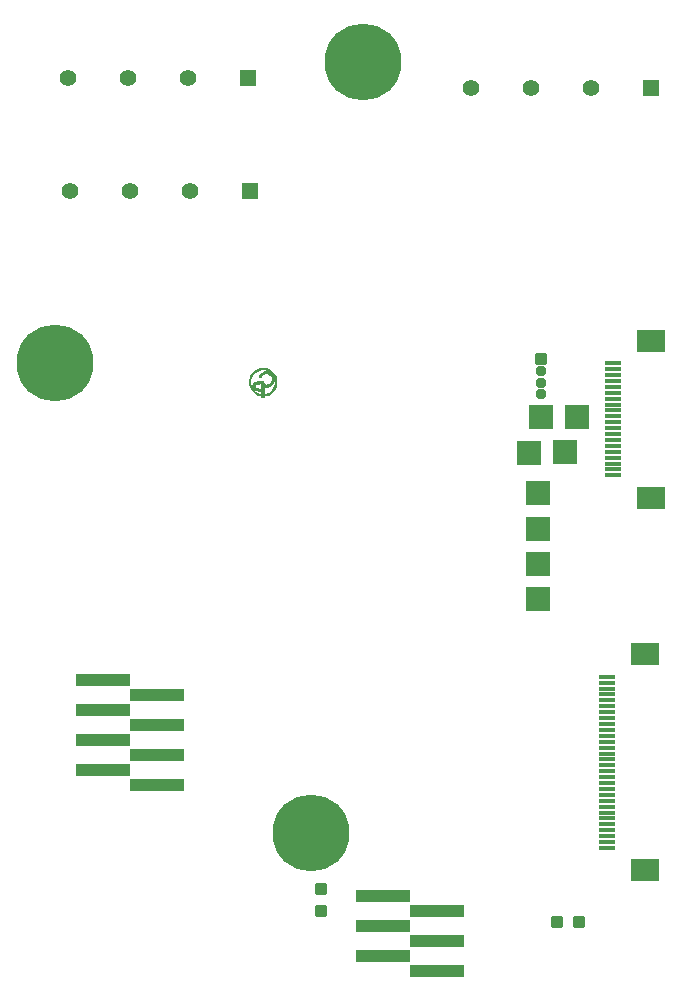
<source format=gbr>
%TF.GenerationSoftware,KiCad,Pcbnew,(7.0.0)*%
%TF.CreationDate,2023-03-15T21:07:42-04:00*%
%TF.ProjectId,headunit_controls,68656164-756e-4697-945f-636f6e74726f,rev?*%
%TF.SameCoordinates,Original*%
%TF.FileFunction,Soldermask,Bot*%
%TF.FilePolarity,Negative*%
%FSLAX46Y46*%
G04 Gerber Fmt 4.6, Leading zero omitted, Abs format (unit mm)*
G04 Created by KiCad (PCBNEW (7.0.0)) date 2023-03-15 21:07:42*
%MOMM*%
%LPD*%
G01*
G04 APERTURE LIST*
G04 Aperture macros list*
%AMRoundRect*
0 Rectangle with rounded corners*
0 $1 Rounding radius*
0 $2 $3 $4 $5 $6 $7 $8 $9 X,Y pos of 4 corners*
0 Add a 4 corners polygon primitive as box body*
4,1,4,$2,$3,$4,$5,$6,$7,$8,$9,$2,$3,0*
0 Add four circle primitives for the rounded corners*
1,1,$1+$1,$2,$3*
1,1,$1+$1,$4,$5*
1,1,$1+$1,$6,$7*
1,1,$1+$1,$8,$9*
0 Add four rect primitives between the rounded corners*
20,1,$1+$1,$2,$3,$4,$5,0*
20,1,$1+$1,$4,$5,$6,$7,0*
20,1,$1+$1,$6,$7,$8,$9,0*
20,1,$1+$1,$8,$9,$2,$3,0*%
G04 Aperture macros list end*
%ADD10C,0.010000*%
%ADD11C,6.500000*%
%ADD12RoundRect,0.050000X-0.425000X-0.425000X0.425000X-0.425000X0.425000X0.425000X-0.425000X0.425000X0*%
%ADD13O,0.950000X0.950000*%
%ADD14RoundRect,0.287500X-0.250000X-0.237500X0.250000X-0.237500X0.250000X0.237500X-0.250000X0.237500X0*%
%ADD15RoundRect,0.050000X1.000000X1.000000X-1.000000X1.000000X-1.000000X-1.000000X1.000000X-1.000000X0*%
%ADD16RoundRect,0.050000X-0.650000X0.150000X-0.650000X-0.150000X0.650000X-0.150000X0.650000X0.150000X0*%
%ADD17RoundRect,0.050000X-1.100000X0.900000X-1.100000X-0.900000X1.100000X-0.900000X1.100000X0.900000X0*%
%ADD18RoundRect,0.050000X0.660000X0.660000X-0.660000X0.660000X-0.660000X-0.660000X0.660000X-0.660000X0*%
%ADD19C,1.420000*%
%ADD20RoundRect,0.050000X2.250000X0.500000X-2.250000X0.500000X-2.250000X-0.500000X2.250000X-0.500000X0*%
%ADD21RoundRect,0.287500X0.237500X-0.250000X0.237500X0.250000X-0.237500X0.250000X-0.237500X-0.250000X0*%
G04 APERTURE END LIST*
%TO.C,Ref\u002A\u002A*%
G36*
X122693288Y-132522468D02*
G01*
X122694832Y-132544554D01*
X122668363Y-132765240D01*
X122642103Y-132865670D01*
X122560372Y-133061384D01*
X122445191Y-133238532D01*
X122301151Y-133392624D01*
X122132837Y-133519174D01*
X121944840Y-133613692D01*
X121741746Y-133671690D01*
X121713210Y-133676975D01*
X121649397Y-133690814D01*
X121615198Y-133705187D01*
X121601421Y-133725625D01*
X121598871Y-133757660D01*
X121597721Y-133785606D01*
X121586979Y-133807435D01*
X121555719Y-133816012D01*
X121493038Y-133817501D01*
X121441066Y-133816795D01*
X121403864Y-133810384D01*
X121389550Y-133791758D01*
X121387205Y-133754404D01*
X121386379Y-133733388D01*
X121371612Y-133696247D01*
X121328996Y-133678453D01*
X121152878Y-133628263D01*
X120946156Y-133534415D01*
X120767151Y-133409771D01*
X120617433Y-133255725D01*
X120498574Y-133073671D01*
X120412145Y-132865001D01*
X120402825Y-132832641D01*
X120375434Y-132677440D01*
X120368646Y-132526335D01*
X120455871Y-132526335D01*
X120470461Y-132695872D01*
X120523724Y-132890259D01*
X120612582Y-133071444D01*
X120733418Y-133233696D01*
X120882618Y-133371284D01*
X121056566Y-133478479D01*
X121085273Y-133492124D01*
X121173199Y-133530405D01*
X121252140Y-133560123D01*
X121307830Y-133575755D01*
X121387205Y-133589379D01*
X121387205Y-133271521D01*
X121124156Y-133264053D01*
X121118123Y-133263880D01*
X121005492Y-133259698D01*
X120926218Y-133253879D01*
X120871714Y-133245057D01*
X120833395Y-133231867D01*
X120802672Y-133212943D01*
X120774457Y-133191039D01*
X120715122Y-133133215D01*
X120679283Y-133070055D01*
X120661656Y-132989458D01*
X120656955Y-132879324D01*
X120656972Y-132878350D01*
X120836603Y-132878350D01*
X120850488Y-132958563D01*
X120893955Y-133026169D01*
X120964423Y-133070181D01*
X120971871Y-133072495D01*
X121034329Y-133084341D01*
X121119978Y-133092966D01*
X121212580Y-133096640D01*
X121387205Y-133097835D01*
X121387205Y-132670648D01*
X121163083Y-132677866D01*
X121120031Y-132679306D01*
X121033449Y-132683357D01*
X120976276Y-132689641D01*
X120939183Y-132700416D01*
X120912840Y-132717940D01*
X120887917Y-132744473D01*
X120854880Y-132796517D01*
X120836603Y-132878350D01*
X120656972Y-132878350D01*
X120658444Y-132794929D01*
X120665146Y-132729044D01*
X120679559Y-132681616D01*
X120704163Y-132640069D01*
X120725996Y-132611606D01*
X120767904Y-132570463D01*
X120819046Y-132540460D01*
X120886028Y-132519858D01*
X120975455Y-132506924D01*
X121093934Y-132499919D01*
X121248069Y-132497109D01*
X121588288Y-132494585D01*
X121594719Y-132606667D01*
X121597164Y-132642006D01*
X121605863Y-132694163D01*
X121624181Y-132722788D01*
X121658219Y-132740767D01*
X121700000Y-132750000D01*
X121773023Y-132755856D01*
X121855211Y-132755160D01*
X121898271Y-132751419D01*
X122029570Y-132717522D01*
X122138111Y-132649092D01*
X122228399Y-132543575D01*
X122233709Y-132535472D01*
X122261743Y-132486294D01*
X122277796Y-132437558D01*
X122285075Y-132375026D01*
X122286788Y-132284464D01*
X122286600Y-132242552D01*
X122283431Y-132167667D01*
X122273463Y-132114457D01*
X122253021Y-132068445D01*
X122218431Y-132015153D01*
X122127693Y-131918148D01*
X122014020Y-131849571D01*
X121887187Y-131812961D01*
X121756340Y-131810947D01*
X121630621Y-131846158D01*
X121609130Y-131857221D01*
X121537806Y-131907484D01*
X121467331Y-131973131D01*
X121409692Y-132042066D01*
X121376878Y-132102192D01*
X121361853Y-132129792D01*
X121330410Y-132136192D01*
X121300941Y-132126255D01*
X121247655Y-132111200D01*
X121214467Y-132100686D01*
X121196705Y-132089420D01*
X121200611Y-132078336D01*
X121219126Y-132038114D01*
X121247731Y-131980589D01*
X121333121Y-131855257D01*
X121448261Y-131753275D01*
X121584355Y-131681296D01*
X121734661Y-131641914D01*
X121892436Y-131637727D01*
X122050936Y-131671330D01*
X122071102Y-131678930D01*
X122174689Y-131737242D01*
X122276525Y-131821807D01*
X122364234Y-131921002D01*
X122425444Y-132023200D01*
X122452974Y-132098449D01*
X122478291Y-132256298D01*
X122462980Y-132416764D01*
X122407226Y-132574292D01*
X122368422Y-132646055D01*
X122296527Y-132742534D01*
X122206419Y-132817587D01*
X122086055Y-132882782D01*
X122043207Y-132899930D01*
X121914851Y-132930405D01*
X121779417Y-132938400D01*
X121657080Y-132922066D01*
X121598871Y-132906528D01*
X121598871Y-133097835D01*
X121598871Y-133584668D01*
X121667663Y-133584221D01*
X121724269Y-133577671D01*
X121819650Y-133552768D01*
X121925934Y-133514184D01*
X122029097Y-133467162D01*
X122115114Y-133416945D01*
X122168862Y-133377715D01*
X122322077Y-133235005D01*
X122441343Y-133073380D01*
X122526541Y-132897587D01*
X122577552Y-132712368D01*
X122594256Y-132522468D01*
X122576534Y-132332630D01*
X122524268Y-132147600D01*
X122437337Y-131972120D01*
X122315624Y-131810934D01*
X122159008Y-131668788D01*
X122015634Y-131576943D01*
X121854817Y-131510036D01*
X121669577Y-131467462D01*
X121592341Y-131458385D01*
X121399481Y-131463439D01*
X121213279Y-131505608D01*
X121038017Y-131581159D01*
X120877974Y-131686355D01*
X120737432Y-131817464D01*
X120620670Y-131970751D01*
X120531969Y-132142481D01*
X120475609Y-132328921D01*
X120455871Y-132526335D01*
X120368646Y-132526335D01*
X120367755Y-132506490D01*
X120379805Y-132337372D01*
X120411596Y-132187668D01*
X120490457Y-131995584D01*
X120605210Y-131815996D01*
X120748522Y-131661549D01*
X120915906Y-131535594D01*
X121102873Y-131441479D01*
X121304937Y-131382554D01*
X121517610Y-131362168D01*
X121571425Y-131363214D01*
X121791406Y-131391466D01*
X121994241Y-131458405D01*
X122180384Y-131564219D01*
X122350288Y-131709097D01*
X122392994Y-131754438D01*
X122528356Y-131933909D01*
X122624201Y-132126807D01*
X122679902Y-132331049D01*
X122693288Y-132522468D01*
G37*
D10*
X122693288Y-132522468D02*
X122694832Y-132544554D01*
X122668363Y-132765240D01*
X122642103Y-132865670D01*
X122560372Y-133061384D01*
X122445191Y-133238532D01*
X122301151Y-133392624D01*
X122132837Y-133519174D01*
X121944840Y-133613692D01*
X121741746Y-133671690D01*
X121713210Y-133676975D01*
X121649397Y-133690814D01*
X121615198Y-133705187D01*
X121601421Y-133725625D01*
X121598871Y-133757660D01*
X121597721Y-133785606D01*
X121586979Y-133807435D01*
X121555719Y-133816012D01*
X121493038Y-133817501D01*
X121441066Y-133816795D01*
X121403864Y-133810384D01*
X121389550Y-133791758D01*
X121387205Y-133754404D01*
X121386379Y-133733388D01*
X121371612Y-133696247D01*
X121328996Y-133678453D01*
X121152878Y-133628263D01*
X120946156Y-133534415D01*
X120767151Y-133409771D01*
X120617433Y-133255725D01*
X120498574Y-133073671D01*
X120412145Y-132865001D01*
X120402825Y-132832641D01*
X120375434Y-132677440D01*
X120368646Y-132526335D01*
X120455871Y-132526335D01*
X120470461Y-132695872D01*
X120523724Y-132890259D01*
X120612582Y-133071444D01*
X120733418Y-133233696D01*
X120882618Y-133371284D01*
X121056566Y-133478479D01*
X121085273Y-133492124D01*
X121173199Y-133530405D01*
X121252140Y-133560123D01*
X121307830Y-133575755D01*
X121387205Y-133589379D01*
X121387205Y-133271521D01*
X121124156Y-133264053D01*
X121118123Y-133263880D01*
X121005492Y-133259698D01*
X120926218Y-133253879D01*
X120871714Y-133245057D01*
X120833395Y-133231867D01*
X120802672Y-133212943D01*
X120774457Y-133191039D01*
X120715122Y-133133215D01*
X120679283Y-133070055D01*
X120661656Y-132989458D01*
X120656955Y-132879324D01*
X120656972Y-132878350D01*
X120836603Y-132878350D01*
X120850488Y-132958563D01*
X120893955Y-133026169D01*
X120964423Y-133070181D01*
X120971871Y-133072495D01*
X121034329Y-133084341D01*
X121119978Y-133092966D01*
X121212580Y-133096640D01*
X121387205Y-133097835D01*
X121387205Y-132670648D01*
X121163083Y-132677866D01*
X121120031Y-132679306D01*
X121033449Y-132683357D01*
X120976276Y-132689641D01*
X120939183Y-132700416D01*
X120912840Y-132717940D01*
X120887917Y-132744473D01*
X120854880Y-132796517D01*
X120836603Y-132878350D01*
X120656972Y-132878350D01*
X120658444Y-132794929D01*
X120665146Y-132729044D01*
X120679559Y-132681616D01*
X120704163Y-132640069D01*
X120725996Y-132611606D01*
X120767904Y-132570463D01*
X120819046Y-132540460D01*
X120886028Y-132519858D01*
X120975455Y-132506924D01*
X121093934Y-132499919D01*
X121248069Y-132497109D01*
X121588288Y-132494585D01*
X121594719Y-132606667D01*
X121597164Y-132642006D01*
X121605863Y-132694163D01*
X121624181Y-132722788D01*
X121658219Y-132740767D01*
X121700000Y-132750000D01*
X121773023Y-132755856D01*
X121855211Y-132755160D01*
X121898271Y-132751419D01*
X122029570Y-132717522D01*
X122138111Y-132649092D01*
X122228399Y-132543575D01*
X122233709Y-132535472D01*
X122261743Y-132486294D01*
X122277796Y-132437558D01*
X122285075Y-132375026D01*
X122286788Y-132284464D01*
X122286600Y-132242552D01*
X122283431Y-132167667D01*
X122273463Y-132114457D01*
X122253021Y-132068445D01*
X122218431Y-132015153D01*
X122127693Y-131918148D01*
X122014020Y-131849571D01*
X121887187Y-131812961D01*
X121756340Y-131810947D01*
X121630621Y-131846158D01*
X121609130Y-131857221D01*
X121537806Y-131907484D01*
X121467331Y-131973131D01*
X121409692Y-132042066D01*
X121376878Y-132102192D01*
X121361853Y-132129792D01*
X121330410Y-132136192D01*
X121300941Y-132126255D01*
X121247655Y-132111200D01*
X121214467Y-132100686D01*
X121196705Y-132089420D01*
X121200611Y-132078336D01*
X121219126Y-132038114D01*
X121247731Y-131980589D01*
X121333121Y-131855257D01*
X121448261Y-131753275D01*
X121584355Y-131681296D01*
X121734661Y-131641914D01*
X121892436Y-131637727D01*
X122050936Y-131671330D01*
X122071102Y-131678930D01*
X122174689Y-131737242D01*
X122276525Y-131821807D01*
X122364234Y-131921002D01*
X122425444Y-132023200D01*
X122452974Y-132098449D01*
X122478291Y-132256298D01*
X122462980Y-132416764D01*
X122407226Y-132574292D01*
X122368422Y-132646055D01*
X122296527Y-132742534D01*
X122206419Y-132817587D01*
X122086055Y-132882782D01*
X122043207Y-132899930D01*
X121914851Y-132930405D01*
X121779417Y-132938400D01*
X121657080Y-132922066D01*
X121598871Y-132906528D01*
X121598871Y-133097835D01*
X121598871Y-133584668D01*
X121667663Y-133584221D01*
X121724269Y-133577671D01*
X121819650Y-133552768D01*
X121925934Y-133514184D01*
X122029097Y-133467162D01*
X122115114Y-133416945D01*
X122168862Y-133377715D01*
X122322077Y-133235005D01*
X122441343Y-133073380D01*
X122526541Y-132897587D01*
X122577552Y-132712368D01*
X122594256Y-132522468D01*
X122576534Y-132332630D01*
X122524268Y-132147600D01*
X122437337Y-131972120D01*
X122315624Y-131810934D01*
X122159008Y-131668788D01*
X122015634Y-131576943D01*
X121854817Y-131510036D01*
X121669577Y-131467462D01*
X121592341Y-131458385D01*
X121399481Y-131463439D01*
X121213279Y-131505608D01*
X121038017Y-131581159D01*
X120877974Y-131686355D01*
X120737432Y-131817464D01*
X120620670Y-131970751D01*
X120531969Y-132142481D01*
X120475609Y-132328921D01*
X120455871Y-132526335D01*
X120368646Y-132526335D01*
X120367755Y-132506490D01*
X120379805Y-132337372D01*
X120411596Y-132187668D01*
X120490457Y-131995584D01*
X120605210Y-131815996D01*
X120748522Y-131661549D01*
X120915906Y-131535594D01*
X121102873Y-131441479D01*
X121304937Y-131382554D01*
X121517610Y-131362168D01*
X121571425Y-131363214D01*
X121791406Y-131391466D01*
X121994241Y-131458405D01*
X122180384Y-131564219D01*
X122350288Y-131709097D01*
X122392994Y-131754438D01*
X122528356Y-131933909D01*
X122624201Y-132126807D01*
X122679902Y-132331049D01*
X122693288Y-132522468D01*
%TD*%
D11*
%TO.C,M3_1*%
X130010000Y-105413000D03*
%TD*%
D12*
%TO.C,LCD_CTRL*%
X145100000Y-130600000D03*
D13*
X145099999Y-131599999D03*
X145099999Y-132599999D03*
X145099999Y-133599999D03*
%TD*%
D11*
%TO.C,M3_3*%
X125656000Y-170706000D03*
%TD*%
%TO.C,M3_2*%
X103909000Y-130945000D03*
%TD*%
D14*
%TO.C,R3*%
X146450000Y-178250000D03*
X148275000Y-178250000D03*
%TD*%
D15*
%TO.C,Ex20*%
X144800000Y-150950000D03*
%TD*%
D16*
%TO.C,ToSaab_ribbon*%
X150650000Y-157500000D03*
X150650000Y-158000000D03*
X150650000Y-158500000D03*
X150650000Y-159000000D03*
X150650000Y-159500000D03*
X150650000Y-160000000D03*
X150650000Y-160500000D03*
X150650000Y-161000000D03*
X150650000Y-161500000D03*
X150650000Y-162000000D03*
X150650000Y-162500000D03*
X150650000Y-163000000D03*
X150650000Y-163500000D03*
X150650000Y-164000000D03*
X150650000Y-164500000D03*
X150650000Y-165000000D03*
X150650000Y-165500000D03*
X150650000Y-166000000D03*
X150650000Y-166500000D03*
X150650000Y-167000000D03*
X150650000Y-167500000D03*
X150650000Y-168000000D03*
X150650000Y-168500000D03*
X150650000Y-169000000D03*
X150650000Y-169500000D03*
X150650000Y-170000000D03*
X150650000Y-170500000D03*
X150650000Y-171000000D03*
X150650000Y-171500000D03*
X150650000Y-172000000D03*
D17*
X153900000Y-155600000D03*
X153900000Y-173900000D03*
%TD*%
D15*
%TO.C,Expansion_GND_2*%
X145100000Y-135500000D03*
%TD*%
%TO.C,VCC*%
X147100000Y-138500000D03*
%TD*%
D18*
%TO.C,CD_relay1*%
X120270000Y-106825000D03*
D19*
X115190000Y-106825000D03*
X110110000Y-106825000D03*
X105030000Y-106825000D03*
%TD*%
D15*
%TO.C,Ex17*%
X144800000Y-141950000D03*
%TD*%
%TO.C,Expansion_VCC_2*%
X144100000Y-138550000D03*
%TD*%
D18*
%TO.C,Am/fm_button1*%
X154420000Y-107625000D03*
D19*
X149340000Y-107625000D03*
X144260000Y-107625000D03*
X139180000Y-107625000D03*
%TD*%
D18*
%TO.C,Scan_relay1*%
X120480000Y-116400000D03*
D19*
X115400000Y-116400000D03*
X110320000Y-116400000D03*
X105240000Y-116400000D03*
%TD*%
D16*
%TO.C,ToPi_ribbon*%
X151150000Y-130950000D03*
X151150000Y-131450000D03*
X151150000Y-131950000D03*
X151150000Y-132450000D03*
X151150000Y-132950000D03*
X151150000Y-133450000D03*
X151150000Y-133950000D03*
X151150000Y-134450000D03*
X151150000Y-134950000D03*
X151150000Y-135450000D03*
X151150000Y-135950000D03*
X151150000Y-136450000D03*
X151150000Y-136950000D03*
X151150000Y-137450000D03*
X151150000Y-137950000D03*
X151150000Y-138450000D03*
X151150000Y-138950000D03*
X151150000Y-139450000D03*
X151150000Y-139950000D03*
X151150000Y-140450000D03*
D17*
X154400000Y-129050000D03*
X154400000Y-142350000D03*
%TD*%
D15*
%TO.C,Ex18*%
X144800000Y-144950000D03*
%TD*%
D20*
%TO.C,J2*%
X112620104Y-166657000D03*
X108048104Y-165387000D03*
X112620104Y-164117000D03*
X108048104Y-162847000D03*
X112620104Y-161577000D03*
X108048104Y-160307000D03*
X112620104Y-159037000D03*
X108048104Y-157767000D03*
%TD*%
D21*
%TO.C,R2*%
X126450000Y-177325000D03*
X126450000Y-175500000D03*
%TD*%
D15*
%TO.C,Ex19*%
X144800000Y-147950000D03*
%TD*%
%TO.C,GND*%
X148100000Y-135500000D03*
%TD*%
D20*
%TO.C,J1*%
X136307830Y-182382471D03*
X131735830Y-181112471D03*
X136307830Y-179842471D03*
X131735830Y-178572471D03*
X136307830Y-177302471D03*
X131735830Y-176032471D03*
%TD*%
M02*

</source>
